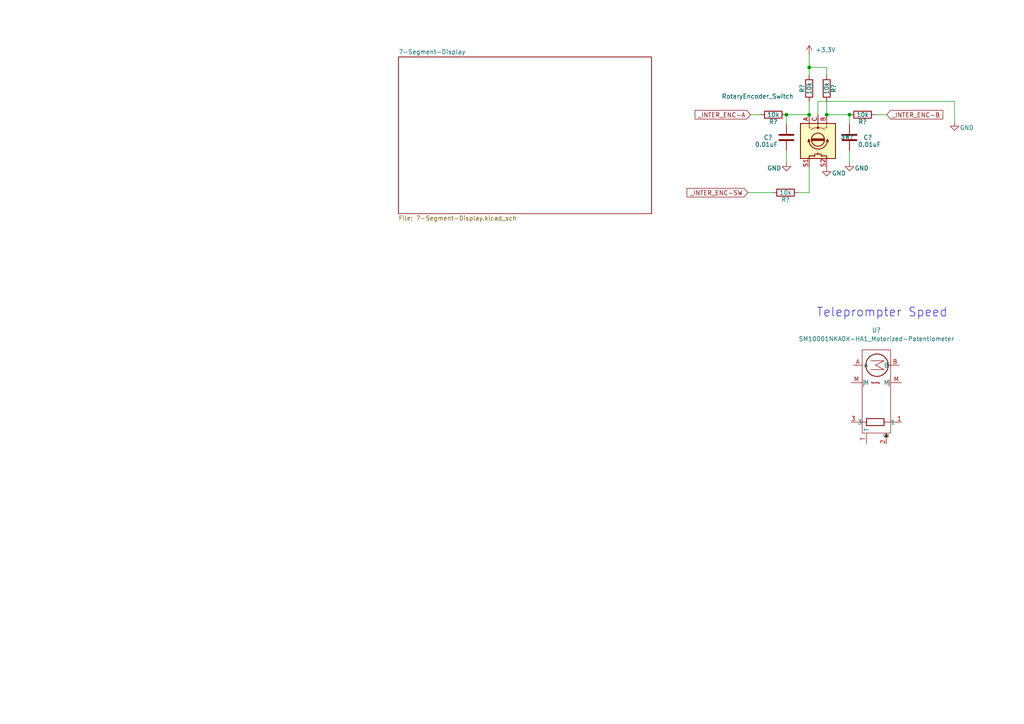
<source format=kicad_sch>
(kicad_sch (version 20211123) (generator eeschema)
  (paper "A4")
  (lib_symbols
    (symbol "Device:C" (pin_numbers hide) (pin_names (offset 0.254))
      (property "Reference" "C" (at 0.635 2.54 0))
      (property "Value" "C" (at 0.635 -2.54 0))
      (symbol "C_0_1"
        (polyline (pts (xy -2.032 -0.762) (xy 2.032 -0.762)) (stroke (width 0.508)))
        (polyline (pts (xy -2.032 0.762) (xy 2.032 0.762)) (stroke (width 0.508)))
      )
      (symbol "C_1_1"
        (pin passive line (at 0 3.81 270) (length 2.794) (name "~") (number "1"))
        (pin passive line (at 0 -3.81 90) (length 2.794) (name "~") (number "2"))
      )
    )
    (symbol "Device:RotaryEncoder_Switch" (pin_names (offset 0.254) hide)
      (property "Reference" "SW" (at 0 6.604 0))
      (property "Value" "RotaryEncoder_Switch" (at 0 -6.604 0))
      (symbol "RotaryEncoder_Switch_0_1"
        (rectangle (start -5.08 5.08) (end 5.08 -5.08) (stroke (width 0.254)) (fill (type background)))
        (circle (center -3.81 0) (radius 0.254) (fill (type outline)))
        (arc (start -0.381 -2.794) (mid 2.3622 -0.0508) (end -0.381 2.667) (stroke (width 0.254)))
        (circle (center -0.381 0) (radius 1.905) (stroke (width 0.254)))
        (polyline (pts (xy -0.635 -1.778) (xy -0.635 1.778)) (stroke (width 0.254)))
        (polyline (pts (xy -0.381 -1.778) (xy -0.381 1.778)) (stroke (width 0.254)))
        (polyline (pts (xy -0.127 1.778) (xy -0.127 -1.778)) (stroke (width 0.254)))
        (polyline (pts (xy 3.81 0) (xy 3.429 0)) (stroke (width 0.254)))
        (polyline (pts (xy 3.81 1.016) (xy 3.81 -1.016)) (stroke (width 0.254)))
        (polyline (pts (xy -5.08 -2.54) (xy -3.81 -2.54) (xy -3.81 -2.032)))
        (polyline (pts (xy -5.08 2.54) (xy -3.81 2.54) (xy -3.81 2.032)))
        (polyline (pts (xy 0.254 -3.048) (xy -0.508 -2.794) (xy 0.127 -2.413)) (stroke (width 0.254)))
        (polyline (pts (xy 0.254 2.921) (xy -0.508 2.667) (xy 0.127 2.286)) (stroke (width 0.254)))
        (polyline (pts (xy 5.08 -2.54) (xy 4.318 -2.54) (xy 4.318 -1.016)) (stroke (width 0.254)))
        (polyline (pts (xy 5.08 2.54) (xy 4.318 2.54) (xy 4.318 1.016)) (stroke (width 0.254)))
        (polyline (pts (xy -5.08 0) (xy -3.81 0) (xy -3.81 -1.016) (xy -3.302 -2.032)))
        (polyline (pts (xy -4.318 0) (xy -3.81 0) (xy -3.81 1.016) (xy -3.302 2.032)))
        (circle (center 4.318 -1.016) (radius 0.127) (stroke (width 0.254)))
        (circle (center 4.318 1.016) (radius 0.127) (stroke (width 0.254)))
      )
      (symbol "RotaryEncoder_Switch_1_1"
        (pin passive line (at -7.62 2.54 0) (length 2.54) (name "A") (number "A"))
        (pin passive line (at -7.62 -2.54 0) (length 2.54) (name "B") (number "B"))
        (pin passive line (at -7.62 0 0) (length 2.54) (name "C") (number "C"))
        (pin passive line (at 7.62 2.54 180) (length 2.54) (name "S1") (number "S1"))
        (pin passive line (at 7.62 -2.54 180) (length 2.54) (name "S2") (number "S2"))
      )
    )
    (symbol "SM10001NKA0X-HA1_Motorized-Potentiometer_1"
      (property "Reference" "U" (at 0 -19.05 0))
      (property "Value" "SM10001NKA0X-HA1_Motorized-Potentiometer_1" (at -1.27 -21.59 0))
      (property "Digi-Key_PN" "1528-5466-ND" (at 0 0 0))
      (property "Manufacturer_PN" "5466" (at 0 0 0))
      (symbol "SM10001NKA0X-HA1_Motorized-Potentiometer_1_0_0"
        (polyline (pts (xy -21.59 -1.27) (xy -21.59 2.54) (xy -20.32 0) (xy -19.05 2.54) (xy -19.05 -1.27)))
      )
      (symbol "SM10001NKA0X-HA1_Motorized-Potentiometer_1_0_1"
        (rectangle (start -24.765 4.445) (end -0.635 -3.81))
        (circle (center -20.32 0.508) (radius 3.2512) (stroke (width 0.254)))
        (rectangle (start -2.794 2.54) (end -4.826 -2.54) (stroke (width 0.254)))
        (polyline (pts (xy -20.32 -5.588) (xy -20.32 -5.08)))
        (polyline (pts (xy -20.32 -2.7432) (xy -20.32 -3.1496)))
        (polyline (pts (xy -20.32 3.7592) (xy -20.32 4.1148)))
        (polyline (pts (xy -20.32 4.064) (xy -20.32 4.572)))
        (polyline (pts (xy -3.81 -5.715) (xy -3.81 -3.81)))
        (polyline (pts (xy -3.81 -3.81) (xy -3.81 -2.54)))
        (polyline (pts (xy -3.81 4.445) (xy -3.81 2.54)))
        (polyline (pts (xy -3.81 4.445) (xy -3.81 6.35)))
        (polyline (pts (xy 1.27 3.175) (xy 0.254 3.175)))
        (polyline (pts (xy -0.635 3.175) (xy 0.508 3.683) (xy 0.508 2.667)) (fill (type outline)))
      )
      (symbol "SM10001NKA0X-HA1_Motorized-Potentiometer_1_1_1"
        (polyline (pts (xy -16.0767 -3.4178) (xy -14.0447 -3.4178)) (stroke (width 0.1524)))
        (polyline (pts (xy -14.158 4.0302) (xy -16.19 4.0302)) (stroke (width 0.1524)))
        (text "Mounting" (at -15.24 0 900) (effects (font (size 0.381 0.381))))
        (pin passive line (at -3.81 7.62 270) (length 1.27) (name "1") (number "1"))
        (pin passive line (at 2.54 3.175 180) (length 1.27) (name "2") (number "2"))
        (pin passive line (at -3.81 -6.985 90) (length 1.27) (name "3") (number "3"))
        (pin passive line (at -20.32 -6.35 90) (length 2.54) (name "A") (number "A"))
        (pin passive line (at -20.32 6.985 270) (length 2.54) (name "B") (number "B"))
        (pin passive line (at -15.24 -6.985 90) (length 3.048) (name "M") (number "M"))
        (pin passive line (at -15.24 7.62 270) (length 3.048) (name "M") (number "M"))
        (pin passive line (at 2.54 -2.54 180) (length 3.048) (name "T") (number "T"))
      )
    )
    (symbol "Synkino:R" (pin_numbers hide) (pin_names (offset 0))
      (property "Reference" "R" (at 2.032 0 90))
      (property "Value" "R" (at 0 0 90))
      (symbol "R_0_1"
        (rectangle (start -1.016 -2.54) (end 1.016 2.54) (stroke (width 0.254)))
      )
      (symbol "R_1_1"
        (pin passive line (at 0 3.81 270) (length 1.27) (name "~") (number "1"))
        (pin passive line (at 0 -3.81 90) (length 1.27) (name "~") (number "2"))
      )
    )
    (symbol "power:+3.3V" (power) (pin_names (offset 0))
      (property "Value" "+3.3V" (at 0 3.556 0))
      (symbol "+3.3V_0_1"
        (polyline (pts (xy -0.762 1.27) (xy 0 2.54)))
        (polyline (pts (xy 0 0) (xy 0 2.54)))
        (polyline (pts (xy 0 2.54) (xy 0.762 1.27)))
      )
      (symbol "+3.3V_1_1"
        (pin power_in line (at 0 0 90) (length 0) hide (name "+3.3V") (number "1"))
      )
    )
    (symbol "power:GND" (power) (pin_names (offset 0))
      (property "Value" "GND" (at 0 -3.81 0))
      (symbol "GND_0_1"
        (polyline (pts (xy 0 0) (xy 0 -1.27) (xy 1.27 -1.27) (xy 0 -2.54) (xy -1.27 -1.27) (xy 0 -1.27)))
      )
      (symbol "GND_1_1"
        (pin power_in line (at 0 0 270) (length 0) hide (name "GND") (number "1"))
      )
    )
  )
  (junction (at 239.776 33.274))
  (junction (at 246.38 33.274))
  (junction (at 234.696 33.274))
  (junction (at 228.092 33.274))
  (junction (at 234.696 19.558))
  (wire (pts (xy 239.776 29.464) (xy 239.776 33.274)))
  (wire (pts (xy 228.092 43.688) (xy 228.092 47.0373)))
  (wire (pts (xy 246.38 36.068) (xy 246.38 33.274)))
  (wire (pts (xy 246.38 33.274) (xy 239.776 33.274)))
  (wire (pts (xy 237.236 33.274) (xy 237.236 29.4016)))
  (wire (pts (xy 276.86 29.4016) (xy 276.86 35.306)))
  (wire (pts (xy 234.696 29.464) (xy 234.696 33.274)))
  (wire (pts (xy 228.092 36.068) (xy 228.092 33.274)))
  (wire (pts (xy 246.38 43.688) (xy 246.38 47.0373)))
  (wire (pts (xy 228.092 33.274) (xy 234.696 33.274)))
  (wire (pts (xy 217.678 33.274) (xy 220.472 33.274)))
  (wire (pts (xy 239.776 21.844) (xy 239.776 19.558)))
  (wire (pts (xy 234.696 15.748) (xy 234.696 19.558)))
  (wire (pts (xy 237.236 29.4016) (xy 276.86 29.4016)))
  (wire (pts (xy 234.696 19.558) (xy 234.696 21.844)))
  (wire (pts (xy 234.696 55.88) (xy 231.648 55.88)))
  (wire (pts (xy 234.696 48.514) (xy 234.696 55.88)))
  (wire (pts (xy 216.916 55.88) (xy 224.028 55.88)))
  (wire (pts (xy 239.776 19.558) (xy 234.696 19.558)))
  (wire (pts (xy 254 33.274) (xy 257.1887 33.274)))
  (text "Teleprompter Speed" (at 236.728 92.202 0) (effects (font (size 2.54 2.54)) (justify left bottom)))
  (global_label "_INTER_ENC-B" (shape input) (at 257.1887 33.274 0) (property "Intersheet References" "${INTERSHEET_REFS}" (effects hide)))
  (global_label "_INTER_ENC-SW" (shape input) (at 216.916 55.88 180) (property "Intersheet References" "${INTERSHEET_REFS}" (effects hide)))
  (global_label "_INTER_ENC-A" (shape input) (at 217.678 33.274 180) (property "Intersheet References" "${INTERSHEET_REFS}" (effects hide)))
  (symbol (lib_id "power:GND") (at 246.38 47.0373 0) (mirror y) (unit 1)
    (property "Reference" "#PWR?" (effects hide))
    (property "Value" "GND" (at 251.968 48.768 0) (effects (justify left)))
  )
  (symbol (lib_name "SM10001NKA0X-HA1_Motorized-Potentiometer_1") (lib_id "privateParts:SM10001NKA0X-HA1_Motorized-Potentiometer") (at 253.873 126.238 270) (unit 1)
    (property "Reference" "U?" (at 254.1905 95.758 90))
    (property "Value" "SM10001NKA0X-HA1_Motorized-Potentiometer" (at 254.1905 98.298 90))
    (property "Footprint" "PrivateParts:SM10001NKA0X-HA1_Motorized-Potentiometer" (effects hide))
    (property "Datasheet" "https://cdn-shop.adafruit.com/product-files/5466/5466_datasheetSM10001.pdf" (effects hide))
    (property "Digi-Key_PN" "1528-5466-ND" (effects hide))
    (property "Manufacturer_PN" "5466" (effects hide))
  )
  (symbol (lib_id "Device:RotaryEncoder_Switch") (at 237.236 40.894 90) (mirror x) (unit 1)
    (property "Reference" "SW?" (at 243.7476 39.6239 90) (effects (justify right)))
    (property "Value" "RotaryEncoder_Switch" (at 209.296 27.94 90) (effects (justify right)))
    (property "Datasheet" "https://www.bourns.com/docs/Product-Datasheets/PEC12R.pdf" (effects hide))
  )
  (symbol (lib_id "Device:C") (at 246.38 39.878 0) (mirror x) (unit 1)
    (property "Reference" "C?" (at 252.984 39.878 0) (effects (justify right)))
    (property "Value" "0.01uF" (at 255.524 41.91 0) (effects (justify right)))
  )
  (symbol (lib_id "Synkino:R") (at 250.19 33.274 90) (mirror x) (unit 1)
    (property "Reference" "R?" (at 250.19 35.306 90))
    (property "Value" "10k" (at 250.19 33.274 90))
    (property "Footprint" "Resistors_SMD:R_0805_HandSoldering" (effects hide))
  )
  (symbol (lib_id "power:GND") (at 228.092 47.0373 0) (unit 1)
    (property "Reference" "#PWR?" (effects hide))
    (property "Value" "GND" (at 222.504 48.768 0) (effects (justify left)))
  )
  (symbol (lib_id "Synkino:R") (at 227.838 55.88 90) (mirror x) (unit 1)
    (property "Reference" "R?" (at 227.838 57.912 90))
    (property "Value" "10k" (at 227.838 55.88 90))
    (property "Footprint" "Resistors_SMD:R_0805_HandSoldering" (effects hide))
  )
  (symbol (lib_id "Synkino:R") (at 239.776 25.654 0) (mirror x) (unit 1)
    (property "Reference" "R?" (at 241.808 25.654 90))
    (property "Value" "10k" (at 239.776 25.654 90))
    (property "Footprint" "Resistors_SMD:R_0805_HandSoldering" (effects hide))
  )
  (symbol (lib_id "Synkino:R") (at 224.282 33.274 270) (unit 1)
    (property "Reference" "R?" (at 224.282 35.306 90))
    (property "Value" "10k" (at 224.282 33.274 90))
    (property "Footprint" "Resistors_SMD:R_0805_HandSoldering" (effects hide))
  )
  (symbol (lib_id "power:GND") (at 276.86 35.306 0) (mirror y) (unit 1)
    (property "Reference" "#PWR?" (effects hide))
    (property "Value" "GND" (at 282.448 37.0367 0) (effects (justify left)))
  )
  (symbol (lib_id "Synkino:R") (at 234.696 25.654 180) (unit 1)
    (property "Reference" "R?" (at 232.664 25.654 90))
    (property "Value" "10k" (at 234.696 25.654 90))
    (property "Footprint" "Resistors_SMD:R_0805_HandSoldering" (effects hide))
  )
  (symbol (lib_id "power:GND") (at 239.776 48.514 0) (mirror y) (unit 1)
    (property "Reference" "#PWR?" (effects hide))
    (property "Value" "GND" (at 245.364 50.2447 0) (effects (justify left)))
  )
  (symbol (lib_id "power:+3.3V") (at 234.696 15.748 0) (unit 1)
    (property "Reference" "#PWR?" (effects hide))
    (property "Value" "+3.3V" (at 236.474 14.4779 0) (effects (justify left)))
  )
  (symbol (lib_id "Device:C") (at 228.092 39.878 180) (unit 1)
    (property "Reference" "C?" (at 221.488 39.878 0) (effects (justify right)))
    (property "Value" "0.01uF" (at 218.948 41.91 0) (effects (justify right)))
  )
  (sheet (at 115.57 16.51) (size 73.406 45.466) (stroke (width 0.1524))
    (property "Sheet name" "7-Segment-Display" (at 115.57 15.7984 0) (effects (justify left bottom)))
    (property "Sheet file" "7-Segment-Display.kicad_sch" (at 115.57 62.5606 0) (effects (justify left top)))
  )
)
</source>
